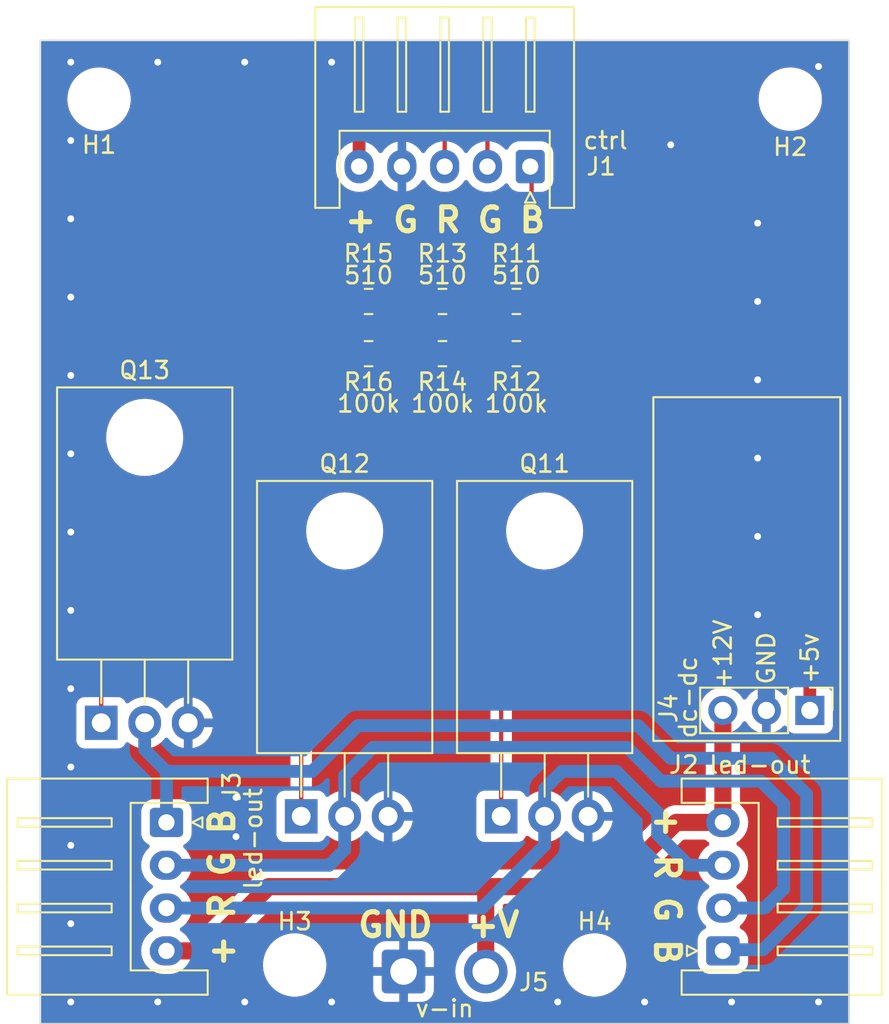
<source format=kicad_pcb>
(kicad_pcb (version 20221018) (generator pcbnew)
  (layers (0 "F.Cu" signal) (31 "B.Cu" signal) (34 "B.Paste" user) (35 "F.Paste" user) (36 "B.SilkS" user "B.Silkscreen") (37 "F.SilkS" user "F.Silkscreen") (38 "B.Mask" user) (39 "F.Mask" user) (44 "Edge.Cuts" user))
  (net 0 "")
  (net 1 "/led-b")
  (net 2 "/led-g")
  (net 3 "/led-r")
  (net 4 "GND")
  (net 5 "VCC")
  (net 6 "/lout-b")
  (net 7 "/lout-g")
  (net 8 "/lout-r")
  (net 9 "+VDC")
  (net 10 "Net-(Q11-G)")
  (net 11 "Net-(Q12-G)")
  (net 12 "Net-(Q13-G)")
  (footprint "Connector_Wire:SolderWire-0.75sqmm_1x02_P4.8mm_D1.25mm_OD2.3mm" (layer "F.Cu") (at 63.132 111.506)
    (fp_text reference "J5" (at 7.607 0.635) (layer "F.SilkS"))
    (fp_text value "v-in" (at 2.4 2.159) (layer "F.SilkS"))
    (pad "1" thru_hole roundrect (at 0 0) (size 2.55 2.55) (drill 1.55) (layers "*.Cu" "*.Mask") (roundrect_rratio 0.098039) (net 4 "GND"))
    (pad "2" thru_hole circle (at 4.8 0) (size 2.55 2.55) (drill 1.55) (layers "*.Cu" "*.Mask") (net 9 "+VDC"))
  )
  (footprint "MountingHole:MountingHole_3.2mm_M3" (layer "F.Cu") (at 56.769 111.125)
    (fp_text reference "H3" (at 0 -2.54) (layer "F.SilkS"))
    (fp_text value "MountingHole" hide)
    (pad "" np_thru_hole circle (at 0 0) (size 3.2 3.2) (drill 3.2) (layers "*.Cu" "*.Mask"))
  )
  (footprint "Connector_JST:JST_XH_S4B-XH-A_1x04_P2.50mm_Horizontal" (layer "F.Cu") (at 49.276 102.803 -90)
    (fp_text reference "J3" (at -2.092 -3.81 90) (layer "F.SilkS"))
    (fp_text value "led-out" (at 0.956 -5.08 90) (layer "F.SilkS"))
    (fp_line (start -2.56 -2.41) (end -1.14 -2.41) (stroke (width 0.12)) (layer "F.SilkS"))
    (fp_line (start -2.56 9.31) (end -2.56 -2.41) (stroke (width 0.12)) (layer "F.SilkS"))
    (fp_line (start -1.14 -2.41) (end -1.14 2.09) (stroke (width 0.12)) (layer "F.SilkS"))
    (fp_line (start -1.14 2.09) (end 3.75 2.09) (stroke (width 0.12)) (layer "F.SilkS"))
    (fp_line (start -0.3 -2.1) (end 0.3 -2.1) (stroke (width 0.12)) (layer "F.SilkS"))
    (fp_line (start -0.25 3.2) (end -0.25 8.7) (stroke (width 0.12)) (layer "F.SilkS"))
    (fp_line (start -0.25 8.7) (end 0.25 8.7) (stroke (width 0.12)) (layer "F.SilkS"))
    (fp_line (start 0 -1.5) (end -0.3 -2.1) (stroke (width 0.12)) (layer "F.SilkS"))
    (fp_line (start 0.25 3.2) (end -0.25 3.2) (stroke (width 0.12)) (layer "F.SilkS"))
    (fp_line (start 0.25 8.7) (end 0.25 3.2) (stroke (width 0.12)) (layer "F.SilkS"))
    (fp_line (start 0.3 -2.1) (end 0 -1.5) (stroke (width 0.12)) (layer "F.SilkS"))
    (fp_line (start 2.25 3.2) (end 2.25 8.7) (stroke (width 0.12)) (layer "F.SilkS"))
    (fp_line (start 2.25 8.7) (end 2.75 8.7) (stroke (width 0.12)) (layer "F.SilkS"))
    (fp_line (start 2.75 3.2) (end 2.25 3.2) (stroke (width 0.12)) (layer "F.SilkS"))
    (fp_line (start 2.75 8.7) (end 2.75 3.2) (stroke (width 0.12)) (layer "F.SilkS"))
    (fp_line (start 3.75 9.31) (end -2.56 9.31) (stroke (width 0.12)) (layer "F.SilkS"))
    (fp_line (start 3.75 9.31) (end 10.06 9.31) (stroke (width 0.12)) (layer "F.SilkS"))
    (fp_line (start 4.75 3.2) (end 4.75 8.7) (stroke (width 0.12)) (layer "F.SilkS"))
    (fp_line (start 4.75 8.7) (end 5.25 8.7) (stroke (width 0.12)) (layer "F.SilkS"))
    (fp_line (start 5.25 3.2) (end 4.75 3.2) (stroke (width 0.12)) (layer "F.SilkS"))
    (fp_line (start 5.25 8.7) (end 5.25 3.2) (stroke (width 0.12)) (layer "F.SilkS"))
    (fp_line (start 7.25 3.2) (end 7.25 8.7) (stroke (width 0.12)) (layer "F.SilkS"))
    (fp_line (start 7.25 8.7) (end 7.75 8.7) (stroke (width 0.12)) (layer "F.SilkS"))
    (fp_line (start 7.75 3.2) (end 7.25 3.2) (stroke (width 0.12)) (layer "F.SilkS"))
    (fp_line (start 7.75 8.7) (end 7.75 3.2) (stroke (width 0.12)) (layer "F.SilkS"))
    (fp_line (start 8.64 -2.41) (end 8.64 2.09) (stroke (width 0.12)) (layer "F.SilkS"))
    (fp_line (start 8.64 2.09) (end 3.75 2.09) (stroke (width 0.12)) (layer "F.SilkS"))
    (fp_line (start 10.06 -2.41) (end 8.64 -2.41) (stroke (width 0.12)) (layer "F.SilkS"))
    (fp_line (start 10.06 9.31) (end 10.06 -2.41) (stroke (width 0.12)) (layer "F.SilkS"))
    (pad "1" thru_hole roundrect (at 0 0 270) (size 1.7 1.95) (drill 0.95) (layers "*.Cu" "*.Mask") (roundrect_rratio 0.147059) (net 6 "/lout-b"))
    (pad "2" thru_hole oval (at 2.5 0 270) (size 1.7 1.95) (drill 0.95) (layers "*.Cu" "*.Mask") (net 7 "/lout-g"))
    (pad "3" thru_hole oval (at 5 0 270) (size 1.7 1.95) (drill 0.95) (layers "*.Cu" "*.Mask") (net 8 "/lout-r"))
    (pad "4" thru_hole oval (at 7.5 0 270) (size 1.7 1.95) (drill 0.95) (layers "*.Cu" "*.Mask") (net 9 "+VDC"))
  )
  (footprint "MountingHole:MountingHole_3.2mm_M3" (layer "F.Cu") (at 74.295 111.125)
    (fp_text reference "H4" (at 0 -2.54) (layer "F.SilkS"))
    (fp_text value "MountingHole" hide)
    (pad "" np_thru_hole circle (at 0 0) (size 3.2 3.2) (drill 3.2) (layers "*.Cu" "*.Mask"))
  )
  (footprint "Resistor_SMD:R_0805_2012Metric" (layer "F.Cu") (at 61.087 75.438)
    (fp_text reference "R16" (at 0 1.651) (layer "F.SilkS"))
    (fp_text value "100k" (at 0 2.921) (layer "F.SilkS"))
    (fp_line (start -0.227064 -0.735) (end 0.227064 -0.735) (stroke (width 0.12)) (layer "F.SilkS"))
    (fp_line (start -0.227064 0.735) (end 0.227064 0.735) (stroke (width 0.12)) (layer "F.SilkS"))
    (pad "1" smd roundrect (at -0.9125 0) (size 1.025 1.4) (layers "F.Cu" "F.Paste" "F.Mask") (roundrect_rratio 0.243902) (net 12 "Net-(Q13-G)"))
    (pad "2" smd roundrect (at 0.9125 0) (size 1.025 1.4) (layers "F.Cu" "F.Paste" "F.Mask") (roundrect_rratio 0.243902) (net 4 "GND"))
  )
  (footprint "Connector_PinHeader_2.54mm:PinHeader_1x03_P2.54mm_Vertical" (layer "F.Cu") (at 86.868 96.266 -90)
    (fp_text reference "J4" (at -0.127 8.255 90) (layer "F.SilkS"))
    (fp_text value "dc-dc" (at -0.762 7.112 90) (layer "F.SilkS"))
    (fp_line (start -1.33 -1.33) (end 0 -1.33) (stroke (width 0.12)) (layer "F.SilkS"))
    (fp_line (start -1.33 0) (end -1.33 -1.33) (stroke (width 0.12)) (layer "F.SilkS"))
    (fp_line (start -1.33 1.27) (end -1.33 6.41) (stroke (width 0.12)) (layer "F.SilkS"))
    (fp_line (start -1.33 1.27) (end 1.33 1.27) (stroke (width 0.12)) (layer "F.SilkS"))
    (fp_line (start -1.33 6.41) (end 1.33 6.41) (stroke (width 0.12)) (layer "F.SilkS"))
    (fp_line (start 1.33 1.27) (end 1.33 6.41) (stroke (width 0.12)) (layer "F.SilkS"))
    (pad "1" thru_hole rect (at 0 0 270) (size 1.7 1.7) (drill 1) (layers "*.Cu" "*.Mask") (net 5 "VCC"))
    (pad "2" thru_hole oval (at 0 2.54 270) (size 1.7 1.7) (drill 1) (layers "*.Cu" "*.Mask") (net 4 "GND"))
    (pad "3" thru_hole oval (at 0 5.08 270) (size 1.7 1.7) (drill 1) (layers "*.Cu" "*.Mask") (net 9 "+VDC"))
  )
  (footprint "Connector_JST:JST_XH_S4B-XH-A_1x04_P2.50mm_Horizontal" (layer "F.Cu") (at 81.788 110.303 90)
    (fp_text reference "J2" (at 10.862 -2.286 180) (layer "F.SilkS"))
    (fp_text value "led-out" (at 10.862 2.159 180) (layer "F.SilkS"))
    (fp_line (start -2.56 -2.41) (end -1.14 -2.41) (stroke (width 0.12)) (layer "F.SilkS"))
    (fp_line (start -2.56 9.31) (end -2.56 -2.41) (stroke (width 0.12)) (layer "F.SilkS"))
    (fp_line (start -1.14 -2.41) (end -1.14 2.09) (stroke (width 0.12)) (layer "F.SilkS"))
    (fp_line (start -1.14 2.09) (end 3.75 2.09) (stroke (width 0.12)) (layer "F.SilkS"))
    (fp_line (start -0.3 -2.1) (end 0.3 -2.1) (stroke (width 0.12)) (layer "F.SilkS"))
    (fp_line (start -0.25 3.2) (end -0.25 8.7) (stroke (width 0.12)) (layer "F.SilkS"))
    (fp_line (start -0.25 8.7) (end 0.25 8.7) (stroke (width 0.12)) (layer "F.SilkS"))
    (fp_line (start 0 -1.5) (end -0.3 -2.1) (stroke (width 0.12)) (layer "F.SilkS"))
    (fp_line (start 0.25 3.2) (end -0.25 3.2) (stroke (width 0.12)) (layer "F.SilkS"))
    (fp_line (start 0.25 8.7) (end 0.25 3.2) (stroke (width 0.12)) (layer "F.SilkS"))
    (fp_line (start 0.3 -2.1) (end 0 -1.5) (stroke (width 0.12)) (layer "F.SilkS"))
    (fp_line (start 2.25 3.2) (end 2.25 8.7) (stroke (width 0.12)) (layer "F.SilkS"))
    (fp_line (start 2.25 8.7) (end 2.75 8.7) (stroke (width 0.12)) (layer "F.SilkS"))
    (fp_line (start 2.75 3.2) (end 2.25 3.2) (stroke (width 0.12)) (layer "F.SilkS"))
    (fp_line (start 2.75 8.7) (end 2.75 3.2) (stroke (width 0.12)) (layer "F.SilkS"))
    (fp_line (start 3.75 9.31) (end -2.56 9.31) (stroke (width 0.12)) (layer "F.SilkS"))
    (fp_line (start 3.75 9.31) (end 10.06 9.31) (stroke (width 0.12)) (layer "F.SilkS"))
    (fp_line (start 4.75 3.2) (end 4.75 8.7) (stroke (width 0.12)) (layer "F.SilkS"))
    (fp_line (start 4.75 8.7) (end 5.25 8.7) (stroke (width 0.12)) (layer "F.SilkS"))
    (fp_line (start 5.25 3.2) (end 4.75 3.2) (stroke (width 0.12)) (layer "F.SilkS"))
    (fp_line (start 5.25 8.7) (end 5.25 3.2) (stroke (width 0.12)) (layer "F.SilkS"))
    (fp_line (start 7.25 3.2) (end 7.25 8.7) (stroke (width 0.12)) (layer "F.SilkS"))
    (fp_line (start 7.25 8.7) (end 7.75 8.7) (stroke (width 0.12)) (layer "F.SilkS"))
    (fp_line (start 7.75 3.2) (end 7.25 3.2) (stroke (width 0.12)) (layer "F.SilkS"))
    (fp_line (start 7.75 8.7) (end 7.75 3.2) (stroke (width 0.12)) (layer "F.SilkS"))
    (fp_line (start 8.64 -2.41) (end 8.64 2.09) (stroke (width 0.12)) (layer "F.SilkS"))
    (fp_line (start 8.64 2.09) (end 3.75 2.09) (stroke (width 0.12)) (layer "F.SilkS"))
    (fp_line (start 10.06 -2.41) (end 8.64 -2.41) (stroke (width 0.12)) (layer "F.SilkS"))
    (fp_line (start 10.06 9.31) (end 10.06 -2.41) (stroke (width 0.12)) (layer "F.SilkS"))
    (pad "1" thru_hole roundrect (at 0 0 90) (size 1.7 1.95) (drill 0.95) (layers "*.Cu" "*.Mask") (roundrect_rratio 0.147059) (net 6 "/lout-b"))
    (pad "2" thru_hole oval (at 2.5 0 90) (size 1.7 1.95) (drill 0.95) (layers "*.Cu" "*.Mask") (net 7 "/lout-g"))
    (pad "3" thru_hole oval (at 5 0 90) (size 1.7 1.95) (drill 0.95) (layers "*.Cu" "*.Mask") (net 8 "/lout-r"))
    (pad "4" thru_hole oval (at 7.5 0 90) (size 1.7 1.95) (drill 0.95) (layers "*.Cu" "*.Mask") (net 9 "+VDC"))
  )
  (footprint "Package_TO_SOT_THT:TO-220-3_Horizontal_TabDown" (layer "F.Cu") (at 45.466 96.987)
    (fp_text reference "Q13" (at 2.54 -20.58) (layer "F.SilkS"))
    (fp_text value "Q_NMOS_GSD")
    (fp_line (start -2.58 -19.58) (end -2.58 -3.69) (stroke (width 0.12)) (layer "F.SilkS"))
    (fp_line (start -2.58 -19.58) (end 7.66 -19.58) (stroke (width 0.12)) (layer "F.SilkS"))
    (fp_line (start -2.58 -3.69) (end 7.66 -3.69) (stroke (width 0.12)) (layer "F.SilkS"))
    (fp_line (start 0 -3.69) (end 0 -1.15) (stroke (width 0.12)) (layer "F.SilkS"))
    (fp_line (start 2.54 -3.69) (end 2.54 -1.15) (stroke (width 0.12)) (layer "F.SilkS"))
    (fp_line (start 5.08 -3.69) (end 5.08 -1.15) (stroke (width 0.12)) (layer "F.SilkS"))
    (fp_line (start 7.66 -19.58) (end 7.66 -3.69) (stroke (width 0.12)) (layer "F.SilkS"))
    (pad "" np_thru_hole oval (at 2.54 -16.66) (size 3.5 3.5) (drill 3.5) (layers "*.Cu" "*.Mask"))
    (pad "1" thru_hole rect (at 0 0) (size 1.905 2) (drill 1.1) (layers "*.Cu" "*.Mask") (net 12 "Net-(Q13-G)"))
    (pad "2" thru_hole oval (at 2.54 0) (size 1.905 2) (drill 1.1) (layers "*.Cu" "*.Mask") (net 6 "/lout-b"))
    (pad "3" thru_hole oval (at 5.08 0) (size 1.905 2) (drill 1.1) (layers "*.Cu" "*.Mask") (net 4 "GND"))
  )
  (footprint "Resistor_SMD:R_0805_2012Metric" (layer "F.Cu") (at 65.405 72.39)
    (fp_text reference "R13" (at 0 -2.794) (layer "F.SilkS"))
    (fp_text value "510" (at 0 -1.524) (layer "F.SilkS"))
    (fp_line (start -0.227064 -0.735) (end 0.227064 -0.735) (stroke (width 0.12)) (layer "F.SilkS"))
    (fp_line (start -0.227064 0.735) (end 0.227064 0.735) (stroke (width 0.12)) (layer "F.SilkS"))
    (pad "1" smd roundrect (at -0.9125 0) (size 1.025 1.4) (layers "F.Cu" "F.Paste" "F.Mask") (roundrect_rratio 0.243902) (net 2 "/led-g"))
    (pad "2" smd roundrect (at 0.9125 0) (size 1.025 1.4) (layers "F.Cu" "F.Paste" "F.Mask") (roundrect_rratio 0.243902) (net 11 "Net-(Q12-G)"))
  )
  (footprint "Package_TO_SOT_THT:TO-220-3_Horizontal_TabDown" (layer "F.Cu") (at 68.834 102.448)
    (fp_text reference "Q11" (at 2.54 -20.58) (layer "F.SilkS"))
    (fp_text value "Q_NMOS_GSD")
    (fp_line (start -2.58 -19.58) (end -2.58 -3.69) (stroke (width 0.12)) (layer "F.SilkS"))
    (fp_line (start -2.58 -19.58) (end 7.66 -19.58) (stroke (width 0.12)) (layer "F.SilkS"))
    (fp_line (start -2.58 -3.69) (end 7.66 -3.69) (stroke (width 0.12)) (layer "F.SilkS"))
    (fp_line (start 0 -3.69) (end 0 -1.15) (stroke (width 0.12)) (layer "F.SilkS"))
    (fp_line (start 2.54 -3.69) (end 2.54 -1.15) (stroke (width 0.12)) (layer "F.SilkS"))
    (fp_line (start 5.08 -3.69) (end 5.08 -1.15) (stroke (width 0.12)) (layer "F.SilkS"))
    (fp_line (start 7.66 -19.58) (end 7.66 -3.69) (stroke (width 0.12)) (layer "F.SilkS"))
    (pad "" np_thru_hole oval (at 2.54 -16.66) (size 3.5 3.5) (drill 3.5) (layers "*.Cu" "*.Mask"))
    (pad "1" thru_hole rect (at 0 0) (size 1.905 2) (drill 1.1) (layers "*.Cu" "*.Mask") (net 10 "Net-(Q11-G)"))
    (pad "2" thru_hole oval (at 2.54 0) (size 1.905 2) (drill 1.1) (layers "*.Cu" "*.Mask") (net 8 "/lout-r"))
    (pad "3" thru_hole oval (at 5.08 0) (size 1.905 2) (drill 1.1) (layers "*.Cu" "*.Mask") (net 4 "GND"))
  )
  (footprint "Resistor_SMD:R_0805_2012Metric" (layer "F.Cu") (at 61.087 72.39)
    (fp_text reference "R15" (at 0 -2.794) (layer "F.SilkS"))
    (fp_text value "510" (at 0 -1.524) (layer "F.SilkS"))
    (fp_line (start -0.227064 -0.735) (end 0.227064 -0.735) (stroke (width 0.12)) (layer "F.SilkS"))
    (fp_line (start -0.227064 0.735) (end 0.227064 0.735) (stroke (width 0.12)) (layer "F.SilkS"))
    (pad "1" smd roundrect (at -0.9125 0) (size 1.025 1.4) (layers "F.Cu" "F.Paste" "F.Mask") (roundrect_rratio 0.243902) (net 1 "/led-b"))
    (pad "2" smd roundrect (at 0.9125 0) (size 1.025 1.4) (layers "F.Cu" "F.Paste" "F.Mask") (roundrect_rratio 0.243902) (net 12 "Net-(Q13-G)"))
  )
  (footprint "Resistor_SMD:R_0805_2012Metric" (layer "F.Cu") (at 69.723 75.438)
    (fp_text reference "R12" (at 0 1.651) (layer "F.SilkS"))
    (fp_text value "100k" (at 0 2.921) (layer "F.SilkS"))
    (fp_line (start -0.227064 -0.735) (end 0.227064 -0.735) (stroke (width 0.12)) (layer "F.SilkS"))
    (fp_line (start -0.227064 0.735) (end 0.227064 0.735) (stroke (width 0.12)) (layer "F.SilkS"))
    (pad "1" smd roundrect (at -0.9125 0) (size 1.025 1.4) (layers "F.Cu" "F.Paste" "F.Mask") (roundrect_rratio 0.243902) (net 10 "Net-(Q11-G)"))
    (pad "2" smd roundrect (at 0.9125 0) (size 1.025 1.4) (layers "F.Cu" "F.Paste" "F.Mask") (roundrect_rratio 0.243902) (net 4 "GND"))
  )
  (footprint "Resistor_SMD:R_0805_2012Metric" (layer "F.Cu") (at 69.723 72.39)
    (fp_text reference "R11" (at 0 -2.794) (layer "F.SilkS"))
    (fp_text value "510" (at 0 -1.524) (layer "F.SilkS"))
    (fp_line (start -0.227064 -0.735) (end 0.227064 -0.735) (stroke (width 0.12)) (layer "F.SilkS"))
    (fp_line (start -0.227064 0.735) (end 0.227064 0.735) (stroke (width 0.12)) (layer "F.SilkS"))
    (pad "1" smd roundrect (at -0.9125 0) (size 1.025 1.4) (layers "F.Cu" "F.Paste" "F.Mask") (roundrect_rratio 0.243902) (net 3 "/led-r"))
    (pad "2" smd roundrect (at 0.9125 0) (size 1.025 1.4) (layers "F.Cu" "F.Paste" "F.Mask") (roundrect_rratio 0.243902) (net 10 "Net-(Q11-G)"))
  )
  (footprint "Resistor_SMD:R_0805_2012Metric" (layer "F.Cu") (at 65.405 75.438)
    (fp_text reference "R14" (at 0 1.651) (layer "F.SilkS"))
    (fp_text value "100k" (at 0 2.921) (layer "F.SilkS"))
    (fp_line (start -0.227064 -0.735) (end 0.227064 -0.735) (stroke (width 0.12)) (layer "F.SilkS"))
    (fp_line (start -0.227064 0.735) (end 0.227064 0.735) (stroke (width 0.12)) (layer "F.SilkS"))
    (pad "1" smd roundrect (at -0.9125 0) (size 1.025 1.4) (layers "F.Cu" "F.Paste" "F.Mask") (roundrect_rratio 0.243902) (net 11 "Net-(Q12-G)"))
    (pad "2" smd roundrect (at 0.9125 0) (size 1.025 1.4) (layers "F.Cu" "F.Paste" "F.Mask") (roundrect_rratio 0.243902) (net 4 "GND"))
  )
  (footprint "Connector_JST:JST_XH_S5B-XH-A_1x05_P2.50mm_Horizontal" (layer "F.Cu") (at 70.532 64.516 180)
    (fp_text reference "J1" (at -4.144 0) (layer "F.SilkS"))
    (fp_text value "ctrl" (at -4.398 1.524) (layer "F.SilkS"))
    (fp_line (start -2.56 -2.41) (end -1.14 -2.41) (stroke (width 0.12)) (layer "F.SilkS"))
    (fp_line (start -2.56 9.31) (end -2.56 -2.41) (stroke (width 0.12)) (layer "F.SilkS"))
    (fp_line (start -1.14 -2.41) (end -1.14 2.09) (stroke (width 0.12)) (layer "F.SilkS"))
    (fp_line (start -1.14 2.09) (end 5 2.09) (stroke (width 0.12)) (layer "F.SilkS"))
    (fp_line (start -0.3 -2.1) (end 0.3 -2.1) (stroke (width 0.12)) (layer "F.SilkS"))
    (fp_line (start -0.25 3.2) (end -0.25 8.7) (stroke (width 0.12)) (layer "F.SilkS"))
    (fp_line (start -0.25 8.7) (end 0.25 8.7) (stroke (width 0.12)) (layer "F.SilkS"))
    (fp_line (start 0 -1.5) (end -0.3 -2.1) (stroke (width 0.12)) (layer "F.SilkS"))
    (fp_line (start 0.25 3.2) (end -0.25 3.2) (stroke (width 0.12)) (layer "F.SilkS"))
    (fp_line (start 0.25 8.7) (end 0.25 3.2) (stroke (width 0.12)) (layer "F.SilkS"))
    (fp_line (start 0.3 -2.1) (end 0 -1.5) (stroke (width 0.12)) (layer "F.SilkS"))
    (fp_line (start 2.25 3.2) (end 2.25 8.7) (stroke (width 0.12)) (layer "F.SilkS"))
    (fp_line (start 2.25 8.7) (end 2.75 8.7) (stroke (width 0.12)) (layer "F.SilkS"))
    (fp_line (start 2.75 3.2) (end 2.25 3.2) (stroke (width 0.12)) (layer "F.SilkS"))
    (fp_line (start 2.75 8.7) (end 2.75 3.2) (stroke (width 0.12)) (layer "F.SilkS"))
    (fp_line (start 4.75 3.2) (end 4.75 8.7) (stroke (width 0.12)) (layer "F.SilkS"))
    (fp_line (start 4.75 8.7) (end 5.25 8.7) (stroke (width 0.12)) (layer "F.SilkS"))
    (fp_line (start 5 9.31) (end -2.56 9.31) (stroke (width 0.12)) (layer "F.SilkS"))
    (fp_line (start 5 9.31) (end 12.56 9.31) (stroke (width 0.12)) (layer "F.SilkS"))
    (fp_line (start 5.25 3.2) (end 4.75 3.2) (stroke (width 0.12)) (layer "F.SilkS"))
    (fp_line (start 5.25 8.7) (end 5.25 3.2) (stroke (width 0.12)) (layer "F.SilkS"))
    (fp_line (start 7.25 3.2) (end 7.25 8.7) (stroke (width 0.12)) (layer "F.SilkS"))
    (fp_line (start 7.25 8.7) (end 7.75 8.7) (stroke (width 0.12)) (layer "F.SilkS"))
    (fp_line (start 7.75 3.2) (end 7.25 3.2) (stroke (width 0.12)) (layer "F.SilkS"))
    (fp_line (start 7.75 8.7) (end 7.75 3.2) (stroke (width 0.12)) (layer "F.SilkS"))
    (fp_line (start 9.75 3.2) (end 9.75 8.7) (stroke (width 0.12)) (layer "F.SilkS"))
    (fp_line (start 9.75 8.7) (end 10.25 8.7) (stroke (width 0.12)) (layer "F.SilkS"))
    (fp_line (start 10.25 3.2) (end 9.75 3.2) (stroke (width 0.12)) (layer "F.SilkS"))
    (fp_line (start 10.25 8.7) (end 10.25 3.2) (stroke (width 0.12)) (layer "F.SilkS"))
    (fp_line (start 11.14 -2.41) (end 11.14 2.09) (stroke (width 0.12)) (layer "F.SilkS"))
    (fp_line (start 11.14 2.09) (end 5 2.09) (stroke (width 0.12)) (layer "F.SilkS"))
    (fp_line (start 12.56 -2.41) (end 11.14 -2.41) (stroke (width 0.12)) (layer "F.SilkS"))
    (fp_line (start 12.56 9.31) (end 12.56 -2.41) (stroke (width 0.12)) (layer "F.SilkS"))
    (pad "1" thru_hole roundrect (at 0 0 180) (size 1.7 1.95) (drill 0.95) (layers "*.Cu" "*.Mask") (roundrect_rratio 0.147059) (net 1 "/led-b"))
    (pad "2" thru_hole oval (at 2.5 0 180) (size 1.7 1.95) (drill 0.95) (layers "*.Cu" "*.Mask") (net 2 "/led-g"))
    (pad "3" thru_hole oval (at 5 0 180) (size 1.7 1.95) (drill 0.95) (layers "*.Cu" "*.Mask") (net 3 "/led-r"))
    (pad "4" thru_hole oval (at 7.5 0 180) (size 1.7 1.95) (drill 0.95) (layers "*.Cu" "*.Mask") (net 4 "GND"))
    (pad "5" thru_hole oval (at 10 0 180) (size 1.7 1.95) (drill 0.95) (layers "*.Cu" "*.Mask") (net 5 "VCC"))
  )
  (footprint "Package_TO_SOT_THT:TO-220-3_Horizontal_TabDown" (layer "F.Cu") (at 57.15 102.448)
    (fp_text reference "Q12" (at 2.54 -20.58) (layer "F.SilkS"))
    (fp_text value "Q_NMOS_GSD")
    (fp_line (start -2.58 -19.58) (end -2.58 -3.69) (stroke (width 0.12)) (layer "F.SilkS"))
    (fp_line (start -2.58 -19.58) (end 7.66 -19.58) (stroke (width 0.12)) (layer "F.SilkS"))
    (fp_line (start -2.58 -3.69) (end 7.66 -3.69) (stroke (width 0.12)) (layer "F.SilkS"))
    (fp_line (start 0 -3.69) (end 0 -1.15) (stroke (width 0.12)) (layer "F.SilkS"))
    (fp_line (start 2.54 -3.69) (end 2.54 -1.15) (stroke (width 0.12)) (layer "F.SilkS"))
    (fp_line (start 5.08 -3.69) (end 5.08 -1.15) (stroke (width 0.12)) (layer "F.SilkS"))
    (fp_line (start 7.66 -19.58) (end 7.66 -3.69) (stroke (width 0.12)) (layer "F.SilkS"))
    (pad "" np_thru_hole oval (at 2.54 -16.66) (size 3.5 3.5) (drill 3.5) (layers "*.Cu" "*.Mask"))
    (pad "1" thru_hole rect (at 0 0) (size 1.905 2) (drill 1.1) (layers "*.Cu" "*.Mask") (net 11 "Net-(Q12-G)"))
    (pad "2" thru_hole oval (at 2.54 0) (size 1.905 2) (drill 1.1) (layers "*.Cu" "*.Mask") (net 7 "/lout-g"))
    (pad "3" thru_hole oval (at 5.08 0) (size 1.905 2) (drill 1.1) (layers "*.Cu" "*.Mask") (net 4 "GND"))
  )
  (footprint "MountingHole:MountingHole_3.2mm_M3" (layer "F.Cu") (at 45.339 60.579)
    (fp_text reference "H1" (at 0 2.667) (layer "F.SilkS"))
    (fp_text value "MountingHole" hide)
    (pad "" np_thru_hole circle (at 0 0) (size 3.2 3.2) (drill 3.2) (layers "*.Cu" "*.Mask"))
  )
  (footprint "MountingHole:MountingHole_3.2mm_M3" (layer "F.Cu") (at 85.725 60.579)
    (fp_text reference "H2" (at 0 2.794) (layer "F.SilkS"))
    (fp_text value "MountingHole" hide)
    (pad "" np_thru_hole circle (at 0 0) (size 3.2 3.2) (drill 3.2) (layers "*.Cu" "*.Mask"))
  )
  (gr_line (start 77.724 98.044) (end 88.646 98.044) (stroke (width 0.12)) (layer "F.SilkS"))
  (gr_line (start 77.724 77.978) (end 77.724 98.044) (stroke (width 0.12)) (layer "F.SilkS"))
  (gr_line (start 88.646 98.044) (end 88.646 77.978) (stroke (width 0.12)) (layer "F.SilkS"))
  (gr_line (start 88.646 77.978) (end 77.724 77.978) (stroke (width 0.12)) (layer "F.SilkS"))
  (gr_line (start 41.91 114.554) (end 89.154 114.554) (stroke (width 0.1)) (layer "Edge.Cuts"))
  (gr_line (start 41.91 57.15) (end 89.154 57.15) (stroke (width 0.1)) (layer "Edge.Cuts"))
  (gr_line (start 89.154 114.554) (end 89.154 57.15) (stroke (width 0.1)) (layer "Edge.Cuts"))
  (gr_line (start 41.91 114.554) (end 41.91 57.15) (stroke (width 0.1)) (layer "Edge.Cuts"))
  (gr_text "+ R G B" (at 53.34 111.379 90) (layer "F.SilkS") (effects (font (size 1.4 1.4) (thickness 0.3) bold) (justify left bottom)))
  (gr_text "+ G R G B" (at 59.563 68.453) (layer "F.SilkS") (effects (font (size 1.4 1.4) (thickness 0.3) bold) (justify left bottom)))
  (gr_text "GND  +V" (at 60.325 109.601) (layer "F.SilkS") (effects (font (size 1.4 1.4) (thickness 0.3) bold) (justify left bottom)))
  (gr_text "GND" (at 84.328 93.218 90) (layer "F.SilkS") (effects (font (size 1 1))))
  (gr_text "+5v" (at 86.868 93.218 90) (layer "F.SilkS") (effects (font (size 1 1))))
  (gr_text "+12V" (at 81.788 92.964 90) (layer "F.SilkS") (effects (font (size 1 1))))
  (gr_text "+ R G B" (at 77.724 101.727 -90) (layer "F.SilkS") (effects (font (size 1.4 1.4) (thickness 0.3) bold) (justify left bottom)))
  (segment (start 70.612 67.689604) (end 69.975604 68.326) (width 0.25) (layer "F.Cu") (net 1))
  (segment (start 60.198 70.866) (end 62.738 68.326) (width 0.25) (layer "F.Cu") (net 1))
  (segment (start 69.975604 68.326) (end 62.738 68.326) (width 0.25) (layer "F.Cu") (net 1))
  (segment (start 70.612 64.596) (end 70.612 67.689604) (width 0.25) (layer "F.Cu") (net 1))
  (segment (start 70.532 64.516) (end 70.612 64.596) (width 0.25) (layer "F.Cu") (net 1))
  (segment (start 60.198 70.866) (end 60.198 72.39) (width 0.25) (layer "F.Cu") (net 1))
  (segment (start 72.136 62.23) (end 68.58 62.23) (width 0.25) (layer "F.Cu") (net 2))
  (segment (start 72.898 66.04) (end 72.898 62.992) (width 0.25) (layer "F.Cu") (net 2))
  (segment (start 64.469 72.39) (end 64.469 70.866) (width 0.25) (layer "F.Cu") (net 2))
  (segment (start 64.469 70.866) (end 66.559 68.776) (width 0.25) (layer "F.Cu") (net 2))
  (segment (start 72.898 62.992) (end 72.136 62.23) (width 0.25) (layer "F.Cu") (net 2))
  (segment (start 68.58 62.23) (end 68.032 62.778) (width 0.25) (layer "F.Cu") (net 2))
  (segment (start 66.559 68.776) (end 70.162 68.776) (width 0.25) (layer "F.Cu") (net 2))
  (segment (start 70.162 68.776) (end 72.898 66.04) (width 0.25) (layer "F.Cu") (net 2))
  (segment (start 68.032 62.778) (end 68.032 64.516) (width 0.25) (layer "F.Cu") (net 2))
  (segment (start 72.264396 61.722) (end 73.348 62.805604) (width 0.25) (layer "F.Cu") (net 3))
  (segment (start 65.532 64.516) (end 65.532 62.738) (width 0.25) (layer "F.Cu") (net 3))
  (segment (start 73.348 66.352) (end 68.834 70.866) (width 0.25) (layer "F.Cu") (net 3))
  (segment (start 68.834 70.866) (end 68.834 72.39) (width 0.25) (layer "F.Cu") (net 3))
  (segment (start 73.348 62.805604) (end 73.348 66.352) (width 0.25) (layer "F.Cu") (net 3))
  (segment (start 65.532 62.738) (end 66.548 61.722) (width 0.25) (layer "F.Cu") (net 3))
  (segment (start 66.548 61.722) (end 72.264396 61.722) (width 0.25) (layer "F.Cu") (net 3))
  (segment (start 84.328 96.266) (end 84.328 93.726) (width 1) (layer "F.Cu") (net 4))
  (via (at 43.688 67.564) (size 0.8) (drill 0.4) (layers "F.Cu" "B.Cu") (net 4))
  (via (at 43.688 104.14) (size 0.8) (drill 0.4) (layers "F.Cu" "B.Cu") (net 4))
  (via (at 53.848 58.42) (size 0.8) (drill 0.4) (layers "F.Cu" "B.Cu") (net 4))
  (via (at 87.376 113.284) (size 0.8) (drill 0.4) (layers "F.Cu" "B.Cu") (net 4))
  (via (at 43.688 108.712) (size 0.8) (drill 0.4) (layers "F.Cu" "B.Cu") (net 4))
  (via (at 43.688 58.42) (size 0.8) (drill 0.4) (layers "F.Cu" "B.Cu") (net 4))
  (via (at 53.34 103.632) (size 0.8) (drill 0.4) (layers "F.Cu" "B.Cu") (net 4))
  (via (at 43.688 85.852) (size 0.8) (drill 0.4) (layers "F.Cu" "B.Cu") (net 4))
  (via (at 43.688 72.136) (size 0.8) (drill 0.4) (layers "F.Cu" "B.Cu") (net 4))
  (via (at 72.136 113.284) (size 0.8) (drill 0.4) (layers "F.Cu" "B.Cu") (net 4))
  (via (at 43.688 94.996) (size 0.8) (drill 0.4) (layers "F.Cu" "B.Cu") (net 4))
  (via (at 43.688 113.284) (size 0.8) (drill 0.4) (layers "F.Cu" "B.Cu") (net 4))
  (via (at 58.928 58.42) (size 0.8) (drill 0.4) (layers "F.Cu" "B.Cu") (net 4))
  (via (at 53.848 113.284) (size 0.8) (drill 0.4) (layers "F.Cu" "B.Cu") (net 4))
  (via (at 83.82 86.106) (size 0.8) (drill 0.4) (layers "F.Cu" "B.Cu") (net 4))
  (via (at 58.928 113.284) (size 0.8) (drill 0.4) (layers "F.Cu" "B.Cu") (net 4))
  (via (at 43.688 90.424) (size 0.8) (drill 0.4) (layers "F.Cu" "B.Cu") (net 4))
  (via (at 48.768 113.284) (size 0.8) (drill 0.4) (layers "F.Cu" "B.Cu") (net 4))
  (via (at 77.216 113.284) (size 0.8) (drill 0.4) (layers "F.Cu" "B.Cu") (net 4))
  (via (at 83.82 76.962) (size 0.8) (drill 0.4) (layers "F.Cu" "B.Cu") (net 4))
  (via (at 82.296 113.284) (size 0.8) (drill 0.4) (layers "F.Cu" "B.Cu") (net 4))
  (via (at 43.688 81.28) (size 0.8) (drill 0.4) (layers "F.Cu" "B.Cu") (net 4))
  (via (at 87.376 58.674) (size 0.8) (drill 0.4) (layers "F.Cu" "B.Cu") (net 4))
  (via (at 83.82 90.678) (size 0.8) (drill 0.4) (layers "F.Cu" "B.Cu") (net 4))
  (via (at 48.768 58.42) (size 0.8) (drill 0.4) (layers "F.Cu" "B.Cu") (net 4))
  (via (at 53.34 101.346) (size 0.8) (drill 0.4) (layers "F.Cu" "B.Cu") (net 4))
  (via (at 78.74 63.246) (size 0.8) (drill 0.4) (layers "F.Cu" "B.Cu") (net 4))
  (via (at 83.82 81.534) (size 0.8) (drill 0.4) (layers "F.Cu" "B.Cu") (net 4))
  (via (at 43.688 76.708) (size 0.8) (drill 0.4) (layers "F.Cu" "B.Cu") (net 4))
  (via (at 83.82 72.39) (size 0.8) (drill 0.4) (layers "F.Cu" "B.Cu") (net 4))
  (via (at 43.688 99.568) (size 0.8) (drill 0.4) (layers "F.Cu" "B.Cu") (net 4))
  (via (at 83.82 67.818) (size 0.8) (drill 0.4) (layers "F.Cu" "B.Cu") (net 4))
  (via (at 43.688 62.992) (size 0.8) (drill 0.4) (layers "F.Cu" "B.Cu") (net 4))
  (segment (start 84.328 96.266) (end 84.328 93.726) (width 1) (layer "B.Cu") (net 4))
  (segment (start 60.532 60.626) (end 61.976 59.182) (width 0.75) (layer "F.Cu") (net 5))
  (segment (start 60.532 64.516) (end 60.532 60.626) (width 0.75) (layer "F.Cu") (net 5))
  (segment (start 61.976 59.182) (end 77.978 59.182) (width 0.75) (layer "F.Cu") (net 5))
  (segment (start 77.978 59.182) (end 86.868 68.072) (width 0.75) (layer "F.Cu") (net 5))
  (segment (start 86.868 68.072) (end 86.868 96.266) (width 0.75) (layer "F.Cu") (net 5))
  (segment (start 81.788 110.303) (end 81.855 110.236) (width 0.75) (layer "B.Cu") (net 6))
  (segment (start 76.835 97.155) (end 60.452 97.155) (width 0.75) (layer "B.Cu") (net 6))
  (segment (start 86.6775 107.696) (end 86.6775 101.1555) (width 0.75) (layer "B.Cu") (net 6))
  (segment (start 49.276 102.803) (end 49.276 99.822) (width 0.75) (layer "B.Cu") (net 6))
  (segment (start 81.855 110.236) (end 84.1375 110.236) (width 0.75) (layer "B.Cu") (net 6))
  (segment (start 60.452 97.155) (end 57.785 99.822) (width 0.75) (layer "B.Cu") (net 6))
  (segment (start 48.006 97.028) (end 48.006 98.552) (width 0.75) (layer "B.Cu") (net 6))
  (segment (start 57.785 99.822) (end 49.276 99.822) (width 0.75) (layer "B.Cu") (net 6))
  (segment (start 48.006 98.552) (end 49.276 99.822) (width 0.75) (layer "B.Cu") (net 6))
  (segment (start 84.582 99.06) (end 78.74 99.06) (width 0.75) (layer "B.Cu") (net 6))
  (segment (start 84.1375 110.236) (end 86.6775 107.696) (width 0.75) (layer "B.Cu") (net 6))
  (segment (start 78.74 99.06) (end 76.835 97.155) (width 0.75) (layer "B.Cu") (net 6))
  (segment (start 86.6775 101.1555) (end 84.582 99.06) (width 0.75) (layer "B.Cu") (net 6))
  (segment (start 85.344 106.68) (end 85.344 101.727) (width 0.75) (layer "B.Cu") (net 7))
  (segment (start 61.341 98.425) (end 59.69 100.076) (width 0.75) (layer "B.Cu") (net 7))
  (segment (start 59.69 100.076) (end 59.69 102.448) (width 0.75) (layer "B.Cu") (net 7))
  (segment (start 81.788 107.803) (end 84.221 107.803) (width 0.75) (layer "B.Cu") (net 7))
  (segment (start 84.221 107.803) (end 85.344 106.68) (width 0.75) (layer "B.Cu") (net 7))
  (segment (start 85.344 101.727) (end 84.0105 100.3935) (width 0.75) (layer "B.Cu") (net 7))
  (segment (start 84.0105 100.3935) (end 78.1685 100.3935) (width 0.75) (layer "B.Cu") (net 7))
  (segment (start 58.781 105.303) (end 59.69 104.394) (width 0.75) (layer "B.Cu") (net 7))
  (segment (start 76.2 98.425) (end 61.341 98.425) (width 0.75) (layer "B.Cu") (net 7))
  (segment (start 59.69 104.394) (end 59.69 102.448) (width 0.75) (layer "B.Cu") (net 7))
  (segment (start 78.1685 100.3935) (end 76.2 98.425) (width 0.75) (layer "B.Cu") (net 7))
  (segment (start 49.276 105.303) (end 58.781 105.303) (width 0.75) (layer "B.Cu") (net 7))
  (segment (start 71.374 100.838) (end 71.374 102.448) (width 0.75) (layer "B.Cu") (net 8))
  (segment (start 79.776 105.303) (end 77.978 103.505) (width 0.75) (layer "B.Cu") (net 8))
  (segment (start 71.374 104.14) (end 71.374 102.448) (width 0.75) (layer "B.Cu") (net 8))
  (segment (start 77.978 102.235) (end 75.565 99.822) (width 0.75) (layer "B.Cu") (net 8))
  (segment (start 72.39 99.822) (end 71.374 100.838) (width 0.75) (layer "B.Cu") (net 8))
  (segment (start 77.978 103.505) (end 77.978 102.235) (width 0.75) (layer "B.Cu") (net 8))
  (segment (start 67.711 107.803) (end 71.374 104.14) (width 0.75) (layer "B.Cu") (net 8))
  (segment (start 49.276 107.803) (end 67.711 107.803) (width 0.75) (layer "B.Cu") (net 8))
  (segment (start 75.565 99.822) (end 72.39 99.822) (width 0.75) (layer "B.Cu") (net 8))
  (segment (start 81.788 105.303) (end 79.776 105.303) (width 0.75) (layer "B.Cu") (net 8))
  (segment (start 67.932 106.566) (end 67.945 106.553) (width 1) (layer "F.Cu") (net 9))
  (segment (start 51.495 110.303) (end 55.245 106.553) (width 1) (layer "F.Cu") (net 9))
  (segment (start 81.788 102.803) (end 81.788 96.266) (width 1) (layer "F.Cu") (net 9))
  (segment (start 55.245 106.553) (end 67.945 106.553) (width 1) (layer "F.Cu") (net 9))
  (segment (start 67.932 111.506) (end 67.932 106.566) (width 1) (layer "F.Cu") (net 9))
  (segment (start 67.945 106.553) (end 75.311 106.553) (width 1) (layer "F.Cu") (net 9))
  (segment (start 49.276 110.303) (end 51.495 110.303) (width 1) (layer "F.Cu") (net 9))
  (segment (start 75.311 106.553) (end 79.061 102.803) (width 1) (layer "F.Cu") (net 9))
  (segment (start 79.061 102.803) (end 81.788 102.803) (width 1) (layer "F.Cu") (net 9))
  (segment (start 68.834 75.438) (end 68.834 74.168) (width 0.25) (layer "F.Cu") (net 10))
  (segment (start 70.358 73.914) (end 70.659 73.613) (width 0.25) (layer "F.Cu") (net 10))
  (segment (start 66.802 87.376) (end 68.834 89.408) (width 0.25) (layer "F.Cu") (net 10))
  (segment (start 69.088 73.914) (end 70.358 73.914) (width 0.25) (layer "F.Cu") (net 10))
  (segment (start 68.834 77.978) (end 66.802 80.01) (width 0.25) (layer "F.Cu") (net 10))
  (segment (start 68.834 89.408) (end 68.834 102.448) (width 0.25) (layer "F.Cu") (net 10))
  (segment (start 68.834 75.438) (end 68.834 77.978) (width 0.25) (layer "F.Cu") (net 10))
  (segment (start 70.659 73.613) (end 70.659 72.39) (width 0.25) (layer "F.Cu") (net 10))
  (segment (start 68.834 74.168) (end 69.088 73.914) (width 0.25) (layer "F.Cu") (net 10))
  (segment (start 66.802 80.01) (end 66.802 87.376) (width 0.25) (layer "F.Cu") (net 10))
  (segment (start 66.294 72.39) (end 66.294 73.66) (width 0.25) (layer "F.Cu") (net 11))
  (segment (start 57.15 102.448) (end 57.15 94.742) (width 0.25) (layer "F.Cu") (net 11))
  (segment (start 64.516 87.376) (end 64.516 75.485) (width 0.25) (layer "F.Cu") (net 11))
  (segment (start 64.516 75.485) (end 64.469 75.438) (width 0.25) (layer "F.Cu") (net 11))
  (segment (start 64.77 73.914) (end 64.469 74.215) (width 0.25) (layer "F.Cu") (net 11))
  (segment (start 66.04 73.914) (end 64.77 73.914) (width 0.25) (layer "F.Cu") (net 11))
  (segment (start 66.294 73.66) (end 66.04 73.914) (width 0.25) (layer "F.Cu") (net 11))
  (segment (start 64.469 74.215) (end 64.469 75.438) (width 0.25) (layer "F.Cu") (net 11))
  (segment (start 57.15 94.742) (end 64.516 87.376) (width 0.25) (layer "F.Cu") (net 11))
  (segment (start 62.023 73.613) (end 61.722 73.914) (width 0.25) (layer "F.Cu") (net 12))
  (segment (start 61.722 73.914) (end 60.452 73.914) (width 0.25) (layer "F.Cu") (net 12))
  (segment (start 60.198 77.978) (end 60.198 75.438) (width 0.25) (layer "F.Cu") (net 12))
  (segment (start 60.198 74.168) (end 60.198 75.438) (width 0.25) (layer "F.Cu") (net 12))
  (segment (start 45.466 97.028) (end 45.466 92.71) (width 0.25) (layer "F.Cu") (net 12))
  (segment (start 62.023 72.39) (end 62.023 73.613) (width 0.25) (layer "F.Cu") (net 12))
  (segment (start 60.452 73.914) (end 60.198 74.168) (width 0.25) (layer "F.Cu") (net 12))
  (segment (start 45.466 92.71) (end 60.198 77.978) (width 0.25) (layer "F.Cu") (net 12))
  (zone (net 4) (net_name "GND") (layers "F&B.Cu") (connect_pads (clearance 0.5)) (min_thickness 0.25) (fill yes (thermal_gap 0.5) (thermal_bridge_width 0.5))
    (polygon (pts (xy 41.91 114.554) (xy 41.91 57.15) (xy 89.154 57.15) (xy 89.154 114.554)))
  )
)
</source>
